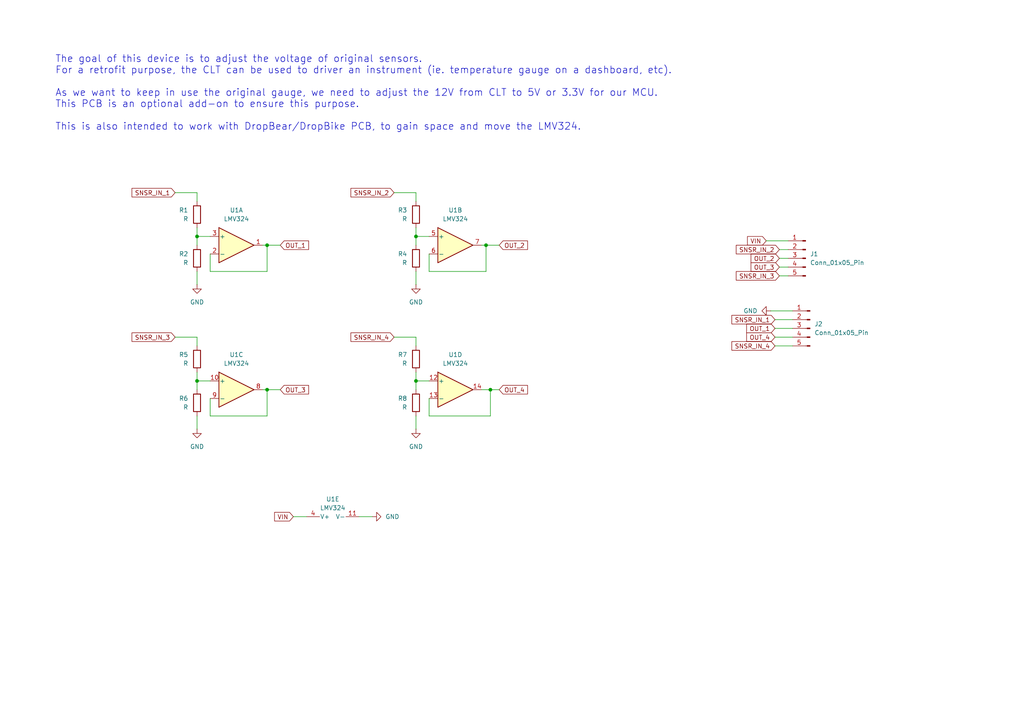
<source format=kicad_sch>
(kicad_sch (version 20231120) (generator "eeschema") (generator_version "8.0")
  (paper "A4")
  (lib_symbols
    (symbol "Amplifier_Operational:LMV324" (pin_names (offset 0.127))
      (property "Reference" "U" (at 0 5.08 0))
      (property "Value" "LMV324" (at 0 -5.08 0))
      (symbol "LMV324_1_1"
        (polyline (pts (xy -5.08 5.08) (xy 5.08 0) (xy -5.08 -5.08) (xy -5.08 5.08)) (stroke (width 0.254)) (fill (type background)))
        (pin output line (at 7.62 0 180) (length 2.54) (name "~") (number "1"))
        (pin input line (at -7.62 -2.54 0) (length 2.54) (name "-") (number "2"))
        (pin input line (at -7.62 2.54 0) (length 2.54) (name "+") (number "3"))
      )
      (symbol "LMV324_2_1"
        (polyline (pts (xy -5.08 5.08) (xy 5.08 0) (xy -5.08 -5.08) (xy -5.08 5.08)) (stroke (width 0.254)) (fill (type background)))
        (pin input line (at -7.62 2.54 0) (length 2.54) (name "+") (number "5"))
        (pin input line (at -7.62 -2.54 0) (length 2.54) (name "-") (number "6"))
        (pin output line (at 7.62 0 180) (length 2.54) (name "~") (number "7"))
      )
      (symbol "LMV324_3_1"
        (polyline (pts (xy -5.08 5.08) (xy 5.08 0) (xy -5.08 -5.08) (xy -5.08 5.08)) (stroke (width 0.254)) (fill (type background)))
        (pin input line (at -7.62 2.54 0) (length 2.54) (name "+") (number "10"))
        (pin output line (at 7.62 0 180) (length 2.54) (name "~") (number "8"))
        (pin input line (at -7.62 -2.54 0) (length 2.54) (name "-") (number "9"))
      )
      (symbol "LMV324_4_1"
        (polyline (pts (xy -5.08 5.08) (xy 5.08 0) (xy -5.08 -5.08) (xy -5.08 5.08)) (stroke (width 0.254)) (fill (type background)))
        (pin input line (at -7.62 2.54 0) (length 2.54) (name "+") (number "12"))
        (pin input line (at -7.62 -2.54 0) (length 2.54) (name "-") (number "13"))
        (pin output line (at 7.62 0 180) (length 2.54) (name "~") (number "14"))
      )
      (symbol "LMV324_5_1"
        (pin power_in line (at -2.54 -7.62 90) (length 3.81) (name "V-") (number "11"))
        (pin power_in line (at -2.54 7.62 270) (length 3.81) (name "V+") (number "4"))
      )
    )
    (symbol "Connector:Conn_01x05_Pin" (pin_names (offset 1.016) hide)
      (property "Reference" "J" (at 0 7.62 0))
      (property "Value" "Conn_01x05_Pin" (at 0 -7.62 0))
      (symbol "Conn_01x05_Pin_1_1"
        (polyline (pts (xy 1.27 -5.08) (xy 0.8636 -5.08)) (stroke (width 0.1524)))
        (polyline (pts (xy 1.27 -2.54) (xy 0.8636 -2.54)) (stroke (width 0.1524)))
        (polyline (pts (xy 1.27 0) (xy 0.8636 0)) (stroke (width 0.1524)))
        (polyline (pts (xy 1.27 2.54) (xy 0.8636 2.54)) (stroke (width 0.1524)))
        (polyline (pts (xy 1.27 5.08) (xy 0.8636 5.08)) (stroke (width 0.1524)))
        (rectangle (start 0.8636 -4.953) (end 0 -5.207) (stroke (width 0.1524)) (fill (type outline)))
        (rectangle (start 0.8636 -2.413) (end 0 -2.667) (stroke (width 0.1524)) (fill (type outline)))
        (rectangle (start 0.8636 0.127) (end 0 -0.127) (stroke (width 0.1524)) (fill (type outline)))
        (rectangle (start 0.8636 2.667) (end 0 2.413) (stroke (width 0.1524)) (fill (type outline)))
        (rectangle (start 0.8636 5.207) (end 0 4.953) (stroke (width 0.1524)) (fill (type outline)))
        (pin passive line (at 5.08 5.08 180) (length 3.81) (name "Pin_1") (number "1"))
        (pin passive line (at 5.08 2.54 180) (length 3.81) (name "Pin_2") (number "2"))
        (pin passive line (at 5.08 0 180) (length 3.81) (name "Pin_3") (number "3"))
        (pin passive line (at 5.08 -2.54 180) (length 3.81) (name "Pin_4") (number "4"))
        (pin passive line (at 5.08 -5.08 180) (length 3.81) (name "Pin_5") (number "5"))
      )
    )
    (symbol "Device:R" (pin_numbers hide) (pin_names (offset 0))
      (property "Reference" "R" (at 2.032 0 90))
      (property "Value" "R" (at 0 0 90))
      (symbol "R_0_1"
        (rectangle (start -1.016 -2.54) (end 1.016 2.54) (stroke (width 0.254)))
      )
      (symbol "R_1_1"
        (pin passive line (at 0 3.81 270) (length 1.27) (name "~") (number "1"))
        (pin passive line (at 0 -3.81 90) (length 1.27) (name "~") (number "2"))
      )
    )
    (symbol "power:GND" (power) (pin_numbers hide) (pin_names (offset 0) hide)
      (property "Value" "GND" (at 0 -3.81 0))
      (symbol "GND_0_1"
        (polyline (pts (xy 0 0) (xy 0 -1.27) (xy 1.27 -1.27) (xy 0 -2.54) (xy -1.27 -1.27) (xy 0 -1.27)))
      )
      (symbol "GND_1_1"
        (pin power_in line (at 0 0 270) (length 0) (name "~") (number "1"))
      )
    )
  )
  (junction (at 77.47 113.03))
  (junction (at 120.65 68.58))
  (junction (at 120.65 110.49))
  (junction (at 140.97 71.12))
  (junction (at 77.47 71.12))
  (junction (at 57.15 110.49))
  (junction (at 57.15 68.58))
  (junction (at 142.24 113.03))
  (wire (pts (xy 124.46 120.65) (xy 142.24 120.65)))
  (wire (pts (xy 114.3 97.79) (xy 120.65 97.79)))
  (wire (pts (xy 104.14 149.86) (xy 107.95 149.86)))
  (wire (pts (xy 57.15 66.04) (xy 57.15 68.58)))
  (wire (pts (xy 224.79 95.25) (xy 229.87 95.25)))
  (wire (pts (xy 224.79 97.79) (xy 229.87 97.79)))
  (wire (pts (xy 77.47 113.03) (xy 81.28 113.03)))
  (wire (pts (xy 120.65 120.65) (xy 120.65 124.46)))
  (wire (pts (xy 60.96 78.74) (xy 77.47 78.74)))
  (wire (pts (xy 60.96 115.57) (xy 60.96 120.65)))
  (wire (pts (xy 57.15 68.58) (xy 60.96 68.58)))
  (wire (pts (xy 120.65 107.95) (xy 120.65 110.49)))
  (wire (pts (xy 120.65 110.49) (xy 124.46 110.49)))
  (wire (pts (xy 226.06 80.01) (xy 228.6 80.01)))
  (wire (pts (xy 77.47 120.65) (xy 77.47 113.03)))
  (wire (pts (xy 57.15 78.74) (xy 57.15 82.55)))
  (wire (pts (xy 50.8 55.88) (xy 57.15 55.88)))
  (wire (pts (xy 226.06 72.39) (xy 228.6 72.39)))
  (wire (pts (xy 120.65 110.49) (xy 120.65 113.03)))
  (wire (pts (xy 57.15 107.95) (xy 57.15 110.49)))
  (wire (pts (xy 57.15 68.58) (xy 57.15 71.12)))
  (wire (pts (xy 77.47 113.03) (xy 76.2 113.03)))
  (wire (pts (xy 76.2 71.12) (xy 77.47 71.12)))
  (wire (pts (xy 226.06 77.47) (xy 228.6 77.47)))
  (wire (pts (xy 120.65 68.58) (xy 124.46 68.58)))
  (wire (pts (xy 139.7 71.12) (xy 140.97 71.12)))
  (wire (pts (xy 50.8 97.79) (xy 57.15 97.79)))
  (wire (pts (xy 124.46 78.74) (xy 140.97 78.74)))
  (wire (pts (xy 57.15 55.88) (xy 57.15 58.42)))
  (wire (pts (xy 140.97 71.12) (xy 144.78 71.12)))
  (wire (pts (xy 120.65 97.79) (xy 120.65 100.33)))
  (wire (pts (xy 226.06 74.93) (xy 228.6 74.93)))
  (wire (pts (xy 57.15 120.65) (xy 57.15 124.46)))
  (wire (pts (xy 57.15 110.49) (xy 60.96 110.49)))
  (wire (pts (xy 142.24 113.03) (xy 139.7 113.03)))
  (wire (pts (xy 57.15 110.49) (xy 57.15 113.03)))
  (wire (pts (xy 120.65 78.74) (xy 120.65 82.55)))
  (wire (pts (xy 60.96 120.65) (xy 77.47 120.65)))
  (wire (pts (xy 120.65 68.58) (xy 120.65 71.12)))
  (wire (pts (xy 77.47 71.12) (xy 81.28 71.12)))
  (wire (pts (xy 223.52 90.17) (xy 229.87 90.17)))
  (wire (pts (xy 57.15 97.79) (xy 57.15 100.33)))
  (wire (pts (xy 224.79 100.33) (xy 229.87 100.33)))
  (wire (pts (xy 140.97 78.74) (xy 140.97 71.12)))
  (wire (pts (xy 60.96 73.66) (xy 60.96 78.74)))
  (wire (pts (xy 222.25 69.85) (xy 228.6 69.85)))
  (wire (pts (xy 142.24 120.65) (xy 142.24 113.03)))
  (wire (pts (xy 120.65 66.04) (xy 120.65 68.58)))
  (wire (pts (xy 77.47 78.74) (xy 77.47 71.12)))
  (wire (pts (xy 114.3 55.88) (xy 120.65 55.88)))
  (wire (pts (xy 224.79 92.71) (xy 229.87 92.71)))
  (wire (pts (xy 124.46 115.57) (xy 124.46 120.65)))
  (wire (pts (xy 124.46 73.66) (xy 124.46 78.74)))
  (wire (pts (xy 85.09 149.86) (xy 88.9 149.86)))
  (wire (pts (xy 120.65 55.88) (xy 120.65 58.42)))
  (wire (pts (xy 142.24 113.03) (xy 144.78 113.03)))
  (text "The goal of this device is to adjust the voltage of original sensors.\nFor a retrofit purpose, the CLT can be used to driver an instrument (ie. temperature gauge on a dashboard, etc).\n\nAs we want to keep in use the original gauge, we need to adjust the 12V from CLT to 5V or 3.3V for our MCU.\nThis PCB is an optional add-on to ensure this purpose.\n\nThis is also intended to work with DropBear/DropBike PCB, to gain space and move the LMV324." (at 16.002 16.002 0) (effects (font (size 2.032 2.032)) (justify left top)))
  (global_label "VIN" (shape input) (at 222.25 69.85 180) (property "Intersheetrefs" "${INTERSHEET_REFS}" (effects (hide yes))))
  (global_label "OUT_2" (shape input) (at 226.06 74.93 180) (property "Intersheetrefs" "${INTERSHEET_REFS}" (effects (hide yes))))
  (global_label "VIN" (shape input) (at 85.09 149.86 180) (property "Intersheetrefs" "${INTERSHEET_REFS}" (effects (hide yes))))
  (global_label "SNSR_IN_4" (shape input) (at 224.79 100.33 180) (property "Intersheetrefs" "${INTERSHEET_REFS}" (effects (hide yes))))
  (global_label "OUT_4" (shape input) (at 224.79 97.79 180) (property "Intersheetrefs" "${INTERSHEET_REFS}" (effects (hide yes))))
  (global_label "SNSR_IN_1" (shape input) (at 224.79 92.71 180) (property "Intersheetrefs" "${INTERSHEET_REFS}" (effects (hide yes))))
  (global_label "SNSR_IN_3" (shape input) (at 226.06 80.01 180) (property "Intersheetrefs" "${INTERSHEET_REFS}" (effects (hide yes))))
  (global_label "OUT_1" (shape input) (at 224.79 95.25 180) (property "Intersheetrefs" "${INTERSHEET_REFS}" (effects (hide yes))))
  (global_label "OUT_3" (shape input) (at 81.28 113.03 0) (property "Intersheetrefs" "${INTERSHEET_REFS}" (effects (hide yes))))
  (global_label "OUT_1" (shape input) (at 81.28 71.12 0) (property "Intersheetrefs" "${INTERSHEET_REFS}" (effects (hide yes))))
  (global_label "OUT_4" (shape input) (at 144.78 113.03 0) (property "Intersheetrefs" "${INTERSHEET_REFS}" (effects (hide yes))))
  (global_label "SNSR_IN_1" (shape input) (at 50.8 55.88 180) (property "Intersheetrefs" "${INTERSHEET_REFS}" (effects (hide yes))))
  (global_label "OUT_2" (shape input) (at 144.78 71.12 0) (property "Intersheetrefs" "${INTERSHEET_REFS}" (effects (hide yes))))
  (global_label "SNSR_IN_2" (shape input) (at 114.3 55.88 180) (property "Intersheetrefs" "${INTERSHEET_REFS}" (effects (hide yes))))
  (global_label "SNSR_IN_4" (shape input) (at 114.3 97.79 180) (property "Intersheetrefs" "${INTERSHEET_REFS}" (effects (hide yes))))
  (global_label "OUT_3" (shape input) (at 226.06 77.47 180) (property "Intersheetrefs" "${INTERSHEET_REFS}" (effects (hide yes))))
  (global_label "SNSR_IN_2" (shape input) (at 226.06 72.39 180) (property "Intersheetrefs" "${INTERSHEET_REFS}" (effects (hide yes))))
  (global_label "SNSR_IN_3" (shape input) (at 50.8 97.79 180) (property "Intersheetrefs" "${INTERSHEET_REFS}" (effects (hide yes))))
  (symbol (lib_id "power:GND") (at 57.15 82.55 0) (unit 1)
    (property "Reference" "#PWR03" (effects (hide yes)))
    (property "Value" "GND" (at 57.15 87.63 0))
    (property "Description" "Power symbol creates a global label with name \"GND\" , ground" (effects (hide yes)))
  )
  (symbol (lib_id "power:GND") (at 107.95 149.86 90) (unit 1)
    (property "Reference" "#PWR02" (effects (hide yes)))
    (property "Value" "GND" (at 111.76 149.8599 90) (effects (justify right)))
    (property "Description" "Power symbol creates a global label with name \"GND\" , ground" (effects (hide yes)))
  )
  (symbol (lib_id "Device:R") (at 120.65 62.23 0) (mirror x) (unit 1)
    (property "Reference" "R3" (at 118.11 60.9599 0) (effects (justify right)))
    (property "Value" "R" (at 118.11 63.4999 0) (effects (justify right)))
    (property "Footprint" "Resistor_SMD:R_0805_2012Metric_Pad1.20x1.40mm_HandSolder" (effects (hide yes)))
    (property "Description" "Resistor" (effects (hide yes)))
  )
  (symbol (lib_id "Connector:Conn_01x05_Pin") (at 234.95 95.25 0) (mirror y) (unit 1)
    (property "Reference" "J2" (at 236.22 93.9799 0) (effects (justify right)))
    (property "Value" "Conn_01x05_Pin" (at 236.22 96.5199 0) (effects (justify right)))
    (property "Footprint" "Connector_PinHeader_2.54mm:PinHeader_1x05_P2.54mm_Vertical" (effects (hide yes)))
    (property "Description" "Generic connector, single row, 01x05, script generated" (effects (hide yes)))
  )
  (symbol (lib_id "Device:R") (at 120.65 74.93 0) (mirror x) (unit 1)
    (property "Reference" "R4" (at 118.11 73.6599 0) (effects (justify right)))
    (property "Value" "R" (at 118.11 76.1999 0) (effects (justify right)))
    (property "Footprint" "Resistor_SMD:R_0805_2012Metric_Pad1.20x1.40mm_HandSolder" (effects (hide yes)))
    (property "Description" "Resistor" (effects (hide yes)))
  )
  (symbol (lib_id "Device:R") (at 120.65 104.14 0) (mirror x) (unit 1)
    (property "Reference" "R7" (at 118.11 102.8699 0) (effects (justify right)))
    (property "Value" "R" (at 118.11 105.4099 0) (effects (justify right)))
    (property "Footprint" "Resistor_SMD:R_0805_2012Metric_Pad1.20x1.40mm_HandSolder" (effects (hide yes)))
    (property "Description" "Resistor" (effects (hide yes)))
  )
  (symbol (lib_id "power:GND") (at 223.52 90.17 270) (unit 1)
    (property "Reference" "#PWR01" (effects (hide yes)))
    (property "Value" "GND" (at 219.71 90.1699 90) (effects (justify right)))
    (property "Description" "Power symbol creates a global label with name \"GND\" , ground" (effects (hide yes)))
  )
  (symbol (lib_id "Device:R") (at 57.15 62.23 0) (mirror x) (unit 1)
    (property "Reference" "R1" (at 54.61 60.9599 0) (effects (justify right)))
    (property "Value" "R" (at 54.61 63.4999 0) (effects (justify right)))
    (property "Footprint" "Resistor_SMD:R_0805_2012Metric_Pad1.20x1.40mm_HandSolder" (effects (hide yes)))
    (property "Description" "Resistor" (effects (hide yes)))
  )
  (symbol (lib_id "Device:R") (at 57.15 116.84 0) (mirror x) (unit 1)
    (property "Reference" "R6" (at 54.61 115.5699 0) (effects (justify right)))
    (property "Value" "R" (at 54.61 118.1099 0) (effects (justify right)))
    (property "Footprint" "Resistor_SMD:R_0805_2012Metric_Pad1.20x1.40mm_HandSolder" (effects (hide yes)))
    (property "Description" "Resistor" (effects (hide yes)))
  )
  (symbol (lib_id "power:GND") (at 120.65 124.46 0) (unit 1)
    (property "Reference" "#PWR06" (effects (hide yes)))
    (property "Value" "GND" (at 120.65 129.54 0))
    (property "Description" "Power symbol creates a global label with name \"GND\" , ground" (effects (hide yes)))
  )
  (symbol (lib_id "Amplifier_Operational:LMV324") (at 68.58 113.03 0) (unit 3)
    (property "Reference" "U1" (at 68.58 102.87 0))
    (property "Value" "LMV324" (at 68.58 105.41 0))
    (property "Footprint" "Package_SO:SOIC-14_3.9x8.7mm_P1.27mm" (effects (hide yes)))
    (property "Datasheet" "http://www.ti.com/lit/ds/symlink/lmv324.pdf" (effects (hide yes)))
    (property "Description" "Quad Low-Voltage Rail-to-Rail Output Operational Amplifier, SOIC-14/SSOP-14" (effects (hide yes)))
  )
  (symbol (lib_id "Amplifier_Operational:LMV324") (at 96.52 147.32 90) (unit 5)
    (property "Reference" "U1" (at 96.52 144.78 90))
    (property "Value" "LMV324" (at 96.52 147.32 90))
    (property "Footprint" "Package_SO:SOIC-14_3.9x8.7mm_P1.27mm" (effects (hide yes)))
    (property "Datasheet" "http://www.ti.com/lit/ds/symlink/lmv324.pdf" (effects (hide yes)))
    (property "Description" "Quad Low-Voltage Rail-to-Rail Output Operational Amplifier, SOIC-14/SSOP-14" (effects (hide yes)))
  )
  (symbol (lib_id "Amplifier_Operational:LMV324") (at 132.08 71.12 0) (unit 2)
    (property "Reference" "U1" (at 132.08 60.96 0))
    (property "Value" "LMV324" (at 132.08 63.5 0))
    (property "Footprint" "Package_SO:SOIC-14_3.9x8.7mm_P1.27mm" (effects (hide yes)))
    (property "Datasheet" "http://www.ti.com/lit/ds/symlink/lmv324.pdf" (effects (hide yes)))
    (property "Description" "Quad Low-Voltage Rail-to-Rail Output Operational Amplifier, SOIC-14/SSOP-14" (effects (hide yes)))
  )
  (symbol (lib_id "Connector:Conn_01x05_Pin") (at 233.68 74.93 0) (mirror y) (unit 1)
    (property "Reference" "J1" (at 234.95 73.6599 0) (effects (justify right)))
    (property "Value" "Conn_01x05_Pin" (at 234.95 76.1999 0) (effects (justify right)))
    (property "Footprint" "Connector_PinHeader_2.54mm:PinHeader_1x05_P2.54mm_Vertical" (effects (hide yes)))
    (property "Description" "Generic connector, single row, 01x05, script generated" (effects (hide yes)))
  )
  (symbol (lib_id "power:GND") (at 57.15 124.46 0) (unit 1)
    (property "Reference" "#PWR05" (effects (hide yes)))
    (property "Value" "GND" (at 57.15 129.54 0))
    (property "Description" "Power symbol creates a global label with name \"GND\" , ground" (effects (hide yes)))
  )
  (symbol (lib_id "Amplifier_Operational:LMV324") (at 132.08 113.03 0) (unit 4)
    (property "Reference" "U1" (at 132.08 102.87 0))
    (property "Value" "LMV324" (at 132.08 105.41 0))
    (property "Footprint" "Package_SO:SOIC-14_3.9x8.7mm_P1.27mm" (effects (hide yes)))
    (property "Datasheet" "http://www.ti.com/lit/ds/symlink/lmv324.pdf" (effects (hide yes)))
    (property "Description" "Quad Low-Voltage Rail-to-Rail Output Operational Amplifier, SOIC-14/SSOP-14" (effects (hide yes)))
  )
  (symbol (lib_id "Device:R") (at 57.15 104.14 0) (mirror x) (unit 1)
    (property "Reference" "R5" (at 54.61 102.8699 0) (effects (justify right)))
    (property "Value" "R" (at 54.61 105.4099 0) (effects (justify right)))
    (property "Footprint" "Resistor_SMD:R_0805_2012Metric_Pad1.20x1.40mm_HandSolder" (effects (hide yes)))
    (property "Description" "Resistor" (effects (hide yes)))
  )
  (symbol (lib_id "Device:R") (at 57.15 74.93 0) (mirror x) (unit 1)
    (property "Reference" "R2" (at 54.61 73.6599 0) (effects (justify right)))
    (property "Value" "R" (at 54.61 76.1999 0) (effects (justify right)))
    (property "Footprint" "Resistor_SMD:R_0805_2012Metric_Pad1.20x1.40mm_HandSolder" (effects (hide yes)))
    (property "Description" "Resistor" (effects (hide yes)))
  )
  (symbol (lib_id "Amplifier_Operational:LMV324") (at 68.58 71.12 0) (unit 1)
    (property "Reference" "U1" (at 68.58 60.96 0))
    (property "Value" "LMV324" (at 68.58 63.5 0))
    (property "Footprint" "Package_SO:SOIC-14_3.9x8.7mm_P1.27mm" (effects (hide yes)))
    (property "Datasheet" "http://www.ti.com/lit/ds/symlink/lmv324.pdf" (effects (hide yes)))
    (property "Description" "Quad Low-Voltage Rail-to-Rail Output Operational Amplifier, SOIC-14/SSOP-14" (effects (hide yes)))
  )
  (symbol (lib_id "power:GND") (at 120.65 82.55 0) (unit 1)
    (property "Reference" "#PWR04" (effects (hide yes)))
    (property "Value" "GND" (at 120.65 87.63 0))
    (property "Description" "Power symbol creates a global label with name \"GND\" , ground" (effects (hide yes)))
  )
  (symbol (lib_id "Device:R") (at 120.65 116.84 0) (mirror x) (unit 1)
    (property "Reference" "R8" (at 118.11 115.5699 0) (effects (justify right)))
    (property "Value" "R" (at 118.11 118.1099 0) (effects (justify right)))
    (property "Footprint" "Resistor_SMD:R_0805_2012Metric_Pad1.20x1.40mm_HandSolder" (effects (hide yes)))
    (property "Description" "Resistor" (effects (hide yes)))
  )
)
</source>
